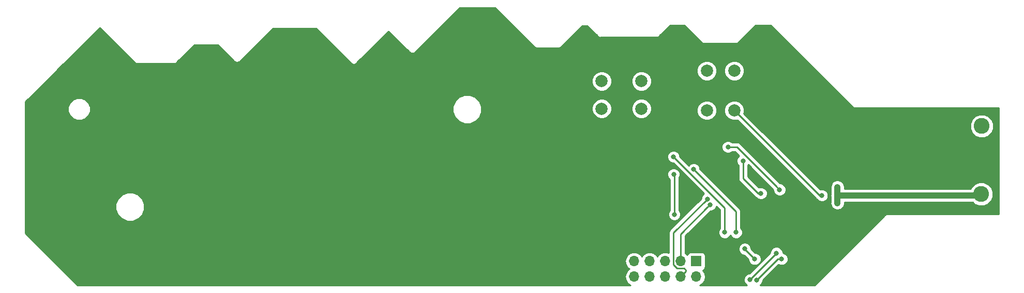
<source format=gbr>
G04 #@! TF.GenerationSoftware,KiCad,Pcbnew,5.0.2-bee76a0~70~ubuntu18.10.1*
G04 #@! TF.CreationDate,2019-05-29T11:20:30+10:00*
G04 #@! TF.ProjectId,ecig,65636967-2e6b-4696-9361-645f70636258,rev?*
G04 #@! TF.SameCoordinates,Original*
G04 #@! TF.FileFunction,Copper,L2,Bot*
G04 #@! TF.FilePolarity,Positive*
%FSLAX46Y46*%
G04 Gerber Fmt 4.6, Leading zero omitted, Abs format (unit mm)*
G04 Created by KiCad (PCBNEW 5.0.2-bee76a0~70~ubuntu18.10.1) date Wed 29 May 2019 11:20:30 AEST*
%MOMM*%
%LPD*%
G01*
G04 APERTURE LIST*
G04 #@! TA.AperFunction,ComponentPad*
%ADD10C,2.600000*%
G04 #@! TD*
G04 #@! TA.AperFunction,ComponentPad*
%ADD11R,1.700000X1.700000*%
G04 #@! TD*
G04 #@! TA.AperFunction,ComponentPad*
%ADD12O,1.700000X1.700000*%
G04 #@! TD*
G04 #@! TA.AperFunction,ComponentPad*
%ADD13C,2.000000*%
G04 #@! TD*
G04 #@! TA.AperFunction,ViaPad*
%ADD14C,0.800000*%
G04 #@! TD*
G04 #@! TA.AperFunction,Conductor*
%ADD15C,0.250000*%
G04 #@! TD*
G04 #@! TA.AperFunction,Conductor*
%ADD16C,1.000000*%
G04 #@! TD*
G04 #@! TA.AperFunction,Conductor*
%ADD17C,0.254000*%
G04 #@! TD*
G04 APERTURE END LIST*
D10*
G04 #@! TO.P,H1,1*
G04 #@! TO.N,VCCBatM*
X211320000Y-86270000D03*
G04 #@! TD*
G04 #@! TO.P,H2,1*
G04 #@! TO.N,FETDrain*
X211220000Y-97420000D03*
G04 #@! TD*
D11*
G04 #@! TO.P,J1,1*
G04 #@! TO.N,Net-(J1-Pad1)*
X164560000Y-108450000D03*
D12*
G04 #@! TO.P,J1,2*
G04 #@! TO.N,Net-(J1-Pad2)*
X164560000Y-110990000D03*
G04 #@! TO.P,J1,3*
G04 #@! TO.N,SCK*
X162020000Y-108450000D03*
G04 #@! TO.P,J1,4*
G04 #@! TO.N,MOSI*
X162020000Y-110990000D03*
G04 #@! TO.P,J1,5*
G04 #@! TO.N,Net-(J1-Pad5)*
X159480000Y-108450000D03*
G04 #@! TO.P,J1,6*
G04 #@! TO.N,Net-(J1-Pad6)*
X159480000Y-110990000D03*
G04 #@! TO.P,J1,7*
G04 #@! TO.N,VCCBadge*
X156940000Y-108450000D03*
G04 #@! TO.P,J1,8*
G04 #@! TO.N,SDA*
X156940000Y-110990000D03*
G04 #@! TO.P,J1,9*
G04 #@! TO.N,GND*
X154400000Y-108450000D03*
G04 #@! TO.P,J1,10*
G04 #@! TO.N,SCL*
X154400000Y-110990000D03*
G04 #@! TD*
D13*
G04 #@! TO.P,SW1,2*
G04 #@! TO.N,FETGate*
X155600000Y-78900000D03*
G04 #@! TO.P,SW1,1*
G04 #@! TO.N,VCC5V*
X155600000Y-83400000D03*
G04 #@! TO.P,SW1,2*
G04 #@! TO.N,FETGate*
X149100000Y-78900000D03*
G04 #@! TO.P,SW1,1*
G04 #@! TO.N,VCC5V*
X149100000Y-83400000D03*
G04 #@! TD*
G04 #@! TO.P,SW2,1*
G04 #@! TO.N,FETGate*
X166300000Y-77200000D03*
G04 #@! TO.P,SW2,2*
G04 #@! TO.N,FETGateB*
X170800000Y-77200000D03*
G04 #@! TO.P,SW2,1*
G04 #@! TO.N,FETGate*
X166300000Y-83700000D03*
G04 #@! TO.P,SW2,2*
G04 #@! TO.N,FETGateB*
X170800000Y-83700000D03*
G04 #@! TD*
D14*
G04 #@! TO.N,VCCBat*
X59500000Y-92600000D03*
X59500000Y-90600000D03*
X57200000Y-90700000D03*
X57200000Y-92500000D03*
X58300000Y-93300000D03*
X58300000Y-89700000D03*
X58300000Y-91500000D03*
X182980000Y-106237500D03*
X182980000Y-107580000D03*
X184400000Y-107600000D03*
X184400000Y-106300000D03*
G04 #@! TO.N,VCCBadge*
X172510000Y-106410000D03*
X174150000Y-108090002D03*
G04 #@! TO.N,VCC5V*
X160850000Y-91300000D03*
X169222500Y-103710000D03*
G04 #@! TO.N,FETDrain*
X187690000Y-98910000D03*
X187680000Y-97665000D03*
X187680000Y-97665000D03*
X187680000Y-96310000D03*
G04 #@! TO.N,SCK*
X166856074Y-99155709D03*
G04 #@! TO.N,MOSI*
X166400000Y-98240000D03*
G04 #@! TO.N,SDA*
X173350000Y-111470000D03*
X177700575Y-107108903D03*
G04 #@! TO.N,SCL*
X174470000Y-111510000D03*
X178550000Y-108090002D03*
G04 #@! TO.N,FETGateB*
X185140000Y-97665000D03*
G04 #@! TO.N,Net-(R1-Pad2)*
X161000000Y-100770000D03*
X160870000Y-94180000D03*
G04 #@! TO.N,VCC5VM*
X171097500Y-103710000D03*
X164150000Y-93360000D03*
X175160000Y-97315000D03*
X172230000Y-91980000D03*
G04 #@! TO.N,LEDPWM*
X169760000Y-89695000D03*
X178225000Y-96700000D03*
G04 #@! TD*
D15*
G04 #@! TO.N,VCCBadge*
X172510000Y-106410000D02*
X172510000Y-106450002D01*
X172510000Y-106450002D02*
X174150000Y-108090002D01*
G04 #@! TO.N,VCC5V*
X169222500Y-99672500D02*
X169222500Y-102910000D01*
X169222500Y-102910000D02*
X169222500Y-103710000D01*
X160850000Y-91300000D02*
X169222500Y-99672500D01*
D16*
G04 #@! TO.N,FETDrain*
X210975000Y-97665000D02*
X211220000Y-97420000D01*
X187680000Y-97665000D02*
X210975000Y-97665000D01*
X187680000Y-96310000D02*
X187680000Y-97665000D01*
X187680000Y-98900000D02*
X187690000Y-98910000D01*
X187680000Y-97665000D02*
X187680000Y-98900000D01*
D15*
G04 #@! TO.N,SCK*
X162020000Y-103991783D02*
X166456075Y-99555708D01*
X166456075Y-99555708D02*
X166856074Y-99155709D01*
X162020000Y-108450000D02*
X162020000Y-103991783D01*
G04 #@! TO.N,MOSI*
X160844999Y-103795001D02*
X166400000Y-98240000D01*
X160844999Y-109014001D02*
X160844999Y-103795001D01*
X161455999Y-109625001D02*
X160844999Y-109014001D01*
X162020000Y-110990000D02*
X162869999Y-110140001D01*
X162584001Y-109625001D02*
X161455999Y-109625001D01*
X162869999Y-110140001D02*
X162869999Y-109910999D01*
X162869999Y-109910999D02*
X162584001Y-109625001D01*
G04 #@! TO.N,SDA*
X173350000Y-111470000D02*
X177700575Y-107119425D01*
X177700575Y-107119425D02*
X177700575Y-107108903D01*
G04 #@! TO.N,SCL*
X174470000Y-111510000D02*
X177889998Y-108090002D01*
X177889998Y-108090002D02*
X178550000Y-108090002D01*
G04 #@! TO.N,FETGateB*
X170800000Y-83700000D02*
X184765000Y-97665000D01*
X184765000Y-97665000D02*
X185140000Y-97665000D01*
G04 #@! TO.N,Net-(R1-Pad2)*
X161000000Y-100770000D02*
X161000000Y-94310000D01*
X161000000Y-94310000D02*
X160870000Y-94180000D01*
G04 #@! TO.N,VCC5VM*
X171097500Y-103710000D02*
X171097500Y-100307500D01*
X164706237Y-93916237D02*
X164150000Y-93360000D01*
X171097500Y-100307500D02*
X164706237Y-93916237D01*
X174710000Y-97315000D02*
X175160000Y-97315000D01*
X172230000Y-94835000D02*
X174710000Y-97315000D01*
X172230000Y-91980000D02*
X172230000Y-94835000D01*
G04 #@! TO.N,LEDPWM*
X171220000Y-89695000D02*
X177668763Y-96143763D01*
X169760000Y-89695000D02*
X171220000Y-89695000D01*
X177668763Y-96143763D02*
X178225000Y-96700000D01*
G04 #@! TD*
D17*
G04 #@! TO.N,VCCBat*
G36*
X137948510Y-73152602D02*
X137988119Y-73211881D01*
X138047398Y-73251490D01*
X138047399Y-73251491D01*
X138222972Y-73368805D01*
X138500000Y-73423909D01*
X138569926Y-73410000D01*
X141930076Y-73410000D01*
X142000000Y-73423909D01*
X142069924Y-73410000D01*
X142069926Y-73410000D01*
X142277028Y-73368805D01*
X142511881Y-73211881D01*
X142551494Y-73152596D01*
X145894092Y-69810000D01*
X146705910Y-69810000D01*
X148348510Y-71452602D01*
X148388119Y-71511881D01*
X148447398Y-71551490D01*
X148447399Y-71551491D01*
X148622971Y-71668805D01*
X148900000Y-71723909D01*
X148969926Y-71710000D01*
X157930076Y-71710000D01*
X158000000Y-71723909D01*
X158069924Y-71710000D01*
X158069926Y-71710000D01*
X158277028Y-71668805D01*
X158511881Y-71511881D01*
X158551494Y-71452596D01*
X160294091Y-69710000D01*
X162605910Y-69710000D01*
X165348510Y-72452602D01*
X165388119Y-72511881D01*
X165447398Y-72551490D01*
X165447399Y-72551491D01*
X165598721Y-72652601D01*
X165622972Y-72668805D01*
X165779801Y-72700000D01*
X165900000Y-72723909D01*
X165969926Y-72710000D01*
X170930076Y-72710000D01*
X171000000Y-72723909D01*
X171069924Y-72710000D01*
X171069926Y-72710000D01*
X171277028Y-72668805D01*
X171511881Y-72511881D01*
X171551494Y-72452596D01*
X174294092Y-69710000D01*
X176705910Y-69710000D01*
X190048508Y-83052599D01*
X190088119Y-83111881D01*
X190322972Y-83268805D01*
X190530074Y-83310000D01*
X190530078Y-83310000D01*
X190599999Y-83323908D01*
X190669920Y-83310000D01*
X214090001Y-83310000D01*
X214090000Y-100690000D01*
X195969926Y-100690000D01*
X195900000Y-100676091D01*
X195622972Y-100731195D01*
X195452873Y-100844852D01*
X195388119Y-100888119D01*
X195348510Y-100947398D01*
X183905910Y-112390000D01*
X175050078Y-112390000D01*
X175056280Y-112387431D01*
X175347431Y-112096280D01*
X175505000Y-111715874D01*
X175505000Y-111549801D01*
X178051153Y-109003649D01*
X178344126Y-109125002D01*
X178755874Y-109125002D01*
X179136280Y-108967433D01*
X179427431Y-108676282D01*
X179585000Y-108295876D01*
X179585000Y-107884128D01*
X179427431Y-107503722D01*
X179136280Y-107212571D01*
X178755874Y-107055002D01*
X178735575Y-107055002D01*
X178735575Y-106903029D01*
X178578006Y-106522623D01*
X178286855Y-106231472D01*
X177906449Y-106073903D01*
X177494701Y-106073903D01*
X177114295Y-106231472D01*
X176823144Y-106522623D01*
X176665575Y-106903029D01*
X176665575Y-107079623D01*
X173310199Y-110435000D01*
X173144126Y-110435000D01*
X172763720Y-110592569D01*
X172472569Y-110883720D01*
X172315000Y-111264126D01*
X172315000Y-111675874D01*
X172472569Y-112056280D01*
X172763720Y-112347431D01*
X172866491Y-112390000D01*
X165133581Y-112390000D01*
X165139418Y-112388839D01*
X165630625Y-112060625D01*
X165958839Y-111569418D01*
X166074092Y-110990000D01*
X165958839Y-110410582D01*
X165630625Y-109919375D01*
X165612381Y-109907184D01*
X165657765Y-109898157D01*
X165867809Y-109757809D01*
X166008157Y-109547765D01*
X166057440Y-109300000D01*
X166057440Y-107600000D01*
X166008157Y-107352235D01*
X165867809Y-107142191D01*
X165657765Y-107001843D01*
X165410000Y-106952560D01*
X163710000Y-106952560D01*
X163462235Y-107001843D01*
X163252191Y-107142191D01*
X163111843Y-107352235D01*
X163102816Y-107397619D01*
X163090625Y-107379375D01*
X162780000Y-107171822D01*
X162780000Y-106204126D01*
X171475000Y-106204126D01*
X171475000Y-106615874D01*
X171632569Y-106996280D01*
X171923720Y-107287431D01*
X172304126Y-107445000D01*
X172430197Y-107445000D01*
X173115000Y-108129804D01*
X173115000Y-108295876D01*
X173272569Y-108676282D01*
X173563720Y-108967433D01*
X173944126Y-109125002D01*
X174355874Y-109125002D01*
X174736280Y-108967433D01*
X175027431Y-108676282D01*
X175185000Y-108295876D01*
X175185000Y-107884128D01*
X175027431Y-107503722D01*
X174736280Y-107212571D01*
X174355874Y-107055002D01*
X174189802Y-107055002D01*
X173545000Y-106410201D01*
X173545000Y-106204126D01*
X173387431Y-105823720D01*
X173096280Y-105532569D01*
X172715874Y-105375000D01*
X172304126Y-105375000D01*
X171923720Y-105532569D01*
X171632569Y-105823720D01*
X171475000Y-106204126D01*
X162780000Y-106204126D01*
X162780000Y-104306584D01*
X166895877Y-100190709D01*
X167061948Y-100190709D01*
X167442354Y-100033140D01*
X167733505Y-99741989D01*
X167875172Y-99399974D01*
X168462500Y-99987302D01*
X168462501Y-102835144D01*
X168462500Y-102835149D01*
X168462500Y-103006289D01*
X168345069Y-103123720D01*
X168187500Y-103504126D01*
X168187500Y-103915874D01*
X168345069Y-104296280D01*
X168636220Y-104587431D01*
X169016626Y-104745000D01*
X169428374Y-104745000D01*
X169808780Y-104587431D01*
X170099931Y-104296280D01*
X170160000Y-104151260D01*
X170220069Y-104296280D01*
X170511220Y-104587431D01*
X170891626Y-104745000D01*
X171303374Y-104745000D01*
X171683780Y-104587431D01*
X171974931Y-104296280D01*
X172132500Y-103915874D01*
X172132500Y-103504126D01*
X171974931Y-103123720D01*
X171857500Y-103006289D01*
X171857500Y-100382348D01*
X171872388Y-100307500D01*
X171857500Y-100232652D01*
X171857500Y-100232648D01*
X171813404Y-100010963D01*
X171813404Y-100010962D01*
X171687829Y-99823027D01*
X171645429Y-99759571D01*
X171581973Y-99717171D01*
X165296568Y-93431767D01*
X165296566Y-93431764D01*
X165185000Y-93320198D01*
X165185000Y-93154126D01*
X165027431Y-92773720D01*
X164736280Y-92482569D01*
X164355874Y-92325000D01*
X163944126Y-92325000D01*
X163563720Y-92482569D01*
X163335545Y-92710744D01*
X161885000Y-91260199D01*
X161885000Y-91094126D01*
X161727431Y-90713720D01*
X161436280Y-90422569D01*
X161055874Y-90265000D01*
X160644126Y-90265000D01*
X160263720Y-90422569D01*
X159972569Y-90713720D01*
X159815000Y-91094126D01*
X159815000Y-91505874D01*
X159972569Y-91886280D01*
X160263720Y-92177431D01*
X160644126Y-92335000D01*
X160810199Y-92335000D01*
X165830724Y-97355526D01*
X165813720Y-97362569D01*
X165522569Y-97653720D01*
X165365000Y-98034126D01*
X165365000Y-98200198D01*
X160360527Y-103204672D01*
X160297071Y-103247072D01*
X160254671Y-103310528D01*
X160254670Y-103310529D01*
X160129096Y-103498464D01*
X160070111Y-103795001D01*
X160085000Y-103869853D01*
X160084999Y-107068254D01*
X160059418Y-107051161D01*
X159626256Y-106965000D01*
X159333744Y-106965000D01*
X158900582Y-107051161D01*
X158409375Y-107379375D01*
X158210000Y-107677761D01*
X158010625Y-107379375D01*
X157519418Y-107051161D01*
X157086256Y-106965000D01*
X156793744Y-106965000D01*
X156360582Y-107051161D01*
X155869375Y-107379375D01*
X155670000Y-107677761D01*
X155470625Y-107379375D01*
X154979418Y-107051161D01*
X154546256Y-106965000D01*
X154253744Y-106965000D01*
X153820582Y-107051161D01*
X153329375Y-107379375D01*
X153001161Y-107870582D01*
X152885908Y-108450000D01*
X153001161Y-109029418D01*
X153329375Y-109520625D01*
X153627761Y-109720000D01*
X153329375Y-109919375D01*
X153001161Y-110410582D01*
X152885908Y-110990000D01*
X153001161Y-111569418D01*
X153329375Y-112060625D01*
X153820582Y-112388839D01*
X153826419Y-112390000D01*
X63294091Y-112390000D01*
X54710000Y-103805910D01*
X54710000Y-99030567D01*
X69510000Y-99030567D01*
X69510000Y-99969433D01*
X69869289Y-100836833D01*
X70533167Y-101500711D01*
X71400567Y-101860000D01*
X72339433Y-101860000D01*
X73206833Y-101500711D01*
X73870711Y-100836833D01*
X74230000Y-99969433D01*
X74230000Y-99030567D01*
X73870711Y-98163167D01*
X73206833Y-97499289D01*
X72339433Y-97140000D01*
X71400567Y-97140000D01*
X70533167Y-97499289D01*
X69869289Y-98163167D01*
X69510000Y-99030567D01*
X54710000Y-99030567D01*
X54710000Y-93974126D01*
X159835000Y-93974126D01*
X159835000Y-94385874D01*
X159992569Y-94766280D01*
X160240001Y-95013712D01*
X160240000Y-100066289D01*
X160122569Y-100183720D01*
X159965000Y-100564126D01*
X159965000Y-100975874D01*
X160122569Y-101356280D01*
X160413720Y-101647431D01*
X160794126Y-101805000D01*
X161205874Y-101805000D01*
X161586280Y-101647431D01*
X161877431Y-101356280D01*
X162035000Y-100975874D01*
X162035000Y-100564126D01*
X161877431Y-100183720D01*
X161760000Y-100066289D01*
X161760000Y-94735936D01*
X161905000Y-94385874D01*
X161905000Y-93974126D01*
X161747431Y-93593720D01*
X161456280Y-93302569D01*
X161075874Y-93145000D01*
X160664126Y-93145000D01*
X160283720Y-93302569D01*
X159992569Y-93593720D01*
X159835000Y-93974126D01*
X54710000Y-93974126D01*
X54710000Y-89489126D01*
X168725000Y-89489126D01*
X168725000Y-89900874D01*
X168882569Y-90281280D01*
X169173720Y-90572431D01*
X169554126Y-90730000D01*
X169965874Y-90730000D01*
X170346280Y-90572431D01*
X170463711Y-90455000D01*
X170905199Y-90455000D01*
X171598244Y-91148045D01*
X171352569Y-91393720D01*
X171195000Y-91774126D01*
X171195000Y-92185874D01*
X171352569Y-92566280D01*
X171470000Y-92683711D01*
X171470001Y-94760148D01*
X171455112Y-94835000D01*
X171470001Y-94909852D01*
X171514097Y-95131537D01*
X171682072Y-95382929D01*
X171745528Y-95425329D01*
X174119671Y-97799473D01*
X174162071Y-97862929D01*
X174409636Y-98028347D01*
X174573720Y-98192431D01*
X174954126Y-98350000D01*
X175365874Y-98350000D01*
X175746280Y-98192431D01*
X176037431Y-97901280D01*
X176195000Y-97520874D01*
X176195000Y-97109126D01*
X176037431Y-96728720D01*
X175746280Y-96437569D01*
X175365874Y-96280000D01*
X174954126Y-96280000D01*
X174809647Y-96339845D01*
X172990000Y-94520199D01*
X172990000Y-92683711D01*
X173061955Y-92611756D01*
X177184290Y-96734092D01*
X177184293Y-96734094D01*
X177190000Y-96739801D01*
X177190000Y-96905874D01*
X177347569Y-97286280D01*
X177638720Y-97577431D01*
X178019126Y-97735000D01*
X178430874Y-97735000D01*
X178811280Y-97577431D01*
X179102431Y-97286280D01*
X179260000Y-96905874D01*
X179260000Y-96494126D01*
X179102431Y-96113720D01*
X178811280Y-95822569D01*
X178430874Y-95665000D01*
X178264801Y-95665000D01*
X178259094Y-95659293D01*
X178259092Y-95659290D01*
X171810331Y-89210530D01*
X171767929Y-89147071D01*
X171516537Y-88979096D01*
X171294852Y-88935000D01*
X171294847Y-88935000D01*
X171220000Y-88920112D01*
X171145153Y-88935000D01*
X170463711Y-88935000D01*
X170346280Y-88817569D01*
X169965874Y-88660000D01*
X169554126Y-88660000D01*
X169173720Y-88817569D01*
X168882569Y-89108720D01*
X168725000Y-89489126D01*
X54710000Y-89489126D01*
X54710000Y-83135990D01*
X61710000Y-83135990D01*
X61710000Y-83864010D01*
X61988601Y-84536612D01*
X62503388Y-85051399D01*
X63175990Y-85330000D01*
X63904010Y-85330000D01*
X64576612Y-85051399D01*
X65091399Y-84536612D01*
X65370000Y-83864010D01*
X65370000Y-83135990D01*
X65326333Y-83030567D01*
X124710000Y-83030567D01*
X124710000Y-83969433D01*
X125069289Y-84836833D01*
X125733167Y-85500711D01*
X126600567Y-85860000D01*
X127539433Y-85860000D01*
X128406833Y-85500711D01*
X129070711Y-84836833D01*
X129430000Y-83969433D01*
X129430000Y-83074778D01*
X147465000Y-83074778D01*
X147465000Y-83725222D01*
X147713914Y-84326153D01*
X148173847Y-84786086D01*
X148774778Y-85035000D01*
X149425222Y-85035000D01*
X150026153Y-84786086D01*
X150486086Y-84326153D01*
X150735000Y-83725222D01*
X150735000Y-83074778D01*
X153965000Y-83074778D01*
X153965000Y-83725222D01*
X154213914Y-84326153D01*
X154673847Y-84786086D01*
X155274778Y-85035000D01*
X155925222Y-85035000D01*
X156526153Y-84786086D01*
X156986086Y-84326153D01*
X157235000Y-83725222D01*
X157235000Y-83374778D01*
X164665000Y-83374778D01*
X164665000Y-84025222D01*
X164913914Y-84626153D01*
X165373847Y-85086086D01*
X165974778Y-85335000D01*
X166625222Y-85335000D01*
X167226153Y-85086086D01*
X167686086Y-84626153D01*
X167935000Y-84025222D01*
X167935000Y-83374778D01*
X169165000Y-83374778D01*
X169165000Y-84025222D01*
X169413914Y-84626153D01*
X169873847Y-85086086D01*
X170474778Y-85335000D01*
X171125222Y-85335000D01*
X171291376Y-85266177D01*
X184174673Y-98149476D01*
X184217071Y-98212929D01*
X184258016Y-98240287D01*
X184262569Y-98251280D01*
X184553720Y-98542431D01*
X184934126Y-98700000D01*
X185345874Y-98700000D01*
X185726280Y-98542431D01*
X186017431Y-98251280D01*
X186175000Y-97870874D01*
X186175000Y-97665000D01*
X186522765Y-97665000D01*
X186545000Y-97776783D01*
X186545000Y-98788217D01*
X186522765Y-98900000D01*
X186545000Y-99011783D01*
X186610854Y-99342855D01*
X186861712Y-99718289D01*
X186956480Y-99781611D01*
X186966477Y-99791608D01*
X187247146Y-99979146D01*
X187689999Y-100067235D01*
X188132854Y-99979146D01*
X188508288Y-99728288D01*
X188759146Y-99352854D01*
X188847235Y-98909999D01*
X188825355Y-98800000D01*
X209863496Y-98800000D01*
X210123910Y-99060414D01*
X210835105Y-99355000D01*
X211604895Y-99355000D01*
X212316090Y-99060414D01*
X212860414Y-98516090D01*
X213155000Y-97804895D01*
X213155000Y-97035105D01*
X212860414Y-96323910D01*
X212316090Y-95779586D01*
X211604895Y-95485000D01*
X210835105Y-95485000D01*
X210123910Y-95779586D01*
X209579586Y-96323910D01*
X209494221Y-96530000D01*
X188815000Y-96530000D01*
X188815000Y-96198217D01*
X188749146Y-95867145D01*
X188498289Y-95491711D01*
X188122854Y-95240854D01*
X187680000Y-95152765D01*
X187237145Y-95240854D01*
X186861711Y-95491711D01*
X186610854Y-95867146D01*
X186545000Y-96198218D01*
X186545000Y-97553217D01*
X186522765Y-97665000D01*
X186175000Y-97665000D01*
X186175000Y-97459126D01*
X186017431Y-97078720D01*
X185726280Y-96787569D01*
X185345874Y-96630000D01*
X184934126Y-96630000D01*
X184842681Y-96667878D01*
X174059907Y-85885105D01*
X209385000Y-85885105D01*
X209385000Y-86654895D01*
X209679586Y-87366090D01*
X210223910Y-87910414D01*
X210935105Y-88205000D01*
X211704895Y-88205000D01*
X212416090Y-87910414D01*
X212960414Y-87366090D01*
X213255000Y-86654895D01*
X213255000Y-85885105D01*
X212960414Y-85173910D01*
X212416090Y-84629586D01*
X211704895Y-84335000D01*
X210935105Y-84335000D01*
X210223910Y-84629586D01*
X209679586Y-85173910D01*
X209385000Y-85885105D01*
X174059907Y-85885105D01*
X172366177Y-84191376D01*
X172435000Y-84025222D01*
X172435000Y-83374778D01*
X172186086Y-82773847D01*
X171726153Y-82313914D01*
X171125222Y-82065000D01*
X170474778Y-82065000D01*
X169873847Y-82313914D01*
X169413914Y-82773847D01*
X169165000Y-83374778D01*
X167935000Y-83374778D01*
X167686086Y-82773847D01*
X167226153Y-82313914D01*
X166625222Y-82065000D01*
X165974778Y-82065000D01*
X165373847Y-82313914D01*
X164913914Y-82773847D01*
X164665000Y-83374778D01*
X157235000Y-83374778D01*
X157235000Y-83074778D01*
X156986086Y-82473847D01*
X156526153Y-82013914D01*
X155925222Y-81765000D01*
X155274778Y-81765000D01*
X154673847Y-82013914D01*
X154213914Y-82473847D01*
X153965000Y-83074778D01*
X150735000Y-83074778D01*
X150486086Y-82473847D01*
X150026153Y-82013914D01*
X149425222Y-81765000D01*
X148774778Y-81765000D01*
X148173847Y-82013914D01*
X147713914Y-82473847D01*
X147465000Y-83074778D01*
X129430000Y-83074778D01*
X129430000Y-83030567D01*
X129070711Y-82163167D01*
X128406833Y-81499289D01*
X127539433Y-81140000D01*
X126600567Y-81140000D01*
X125733167Y-81499289D01*
X125069289Y-82163167D01*
X124710000Y-83030567D01*
X65326333Y-83030567D01*
X65091399Y-82463388D01*
X64576612Y-81948601D01*
X63904010Y-81670000D01*
X63175990Y-81670000D01*
X62503388Y-81948601D01*
X61988601Y-82463388D01*
X61710000Y-83135990D01*
X54710000Y-83135990D01*
X54710000Y-82294090D01*
X58429312Y-78574778D01*
X147465000Y-78574778D01*
X147465000Y-79225222D01*
X147713914Y-79826153D01*
X148173847Y-80286086D01*
X148774778Y-80535000D01*
X149425222Y-80535000D01*
X150026153Y-80286086D01*
X150486086Y-79826153D01*
X150735000Y-79225222D01*
X150735000Y-78574778D01*
X153965000Y-78574778D01*
X153965000Y-79225222D01*
X154213914Y-79826153D01*
X154673847Y-80286086D01*
X155274778Y-80535000D01*
X155925222Y-80535000D01*
X156526153Y-80286086D01*
X156986086Y-79826153D01*
X157235000Y-79225222D01*
X157235000Y-78574778D01*
X156986086Y-77973847D01*
X156526153Y-77513914D01*
X155925222Y-77265000D01*
X155274778Y-77265000D01*
X154673847Y-77513914D01*
X154213914Y-77973847D01*
X153965000Y-78574778D01*
X150735000Y-78574778D01*
X150486086Y-77973847D01*
X150026153Y-77513914D01*
X149425222Y-77265000D01*
X148774778Y-77265000D01*
X148173847Y-77513914D01*
X147713914Y-77973847D01*
X147465000Y-78574778D01*
X58429312Y-78574778D01*
X60129312Y-76874778D01*
X164665000Y-76874778D01*
X164665000Y-77525222D01*
X164913914Y-78126153D01*
X165373847Y-78586086D01*
X165974778Y-78835000D01*
X166625222Y-78835000D01*
X167226153Y-78586086D01*
X167686086Y-78126153D01*
X167935000Y-77525222D01*
X167935000Y-76874778D01*
X169165000Y-76874778D01*
X169165000Y-77525222D01*
X169413914Y-78126153D01*
X169873847Y-78586086D01*
X170474778Y-78835000D01*
X171125222Y-78835000D01*
X171726153Y-78586086D01*
X172186086Y-78126153D01*
X172435000Y-77525222D01*
X172435000Y-76874778D01*
X172186086Y-76273847D01*
X171726153Y-75813914D01*
X171125222Y-75565000D01*
X170474778Y-75565000D01*
X169873847Y-75813914D01*
X169413914Y-76273847D01*
X169165000Y-76874778D01*
X167935000Y-76874778D01*
X167686086Y-76273847D01*
X167226153Y-75813914D01*
X166625222Y-75565000D01*
X165974778Y-75565000D01*
X165373847Y-75813914D01*
X164913914Y-76273847D01*
X164665000Y-76874778D01*
X60129312Y-76874778D01*
X66900000Y-70104091D01*
X72548508Y-75752599D01*
X72588119Y-75811881D01*
X72822972Y-75968805D01*
X73030074Y-76010000D01*
X73030078Y-76010000D01*
X73099999Y-76023908D01*
X73169920Y-76010000D01*
X78930076Y-76010000D01*
X79000000Y-76023909D01*
X79069924Y-76010000D01*
X79069926Y-76010000D01*
X79277028Y-75968805D01*
X79511881Y-75811881D01*
X79551494Y-75752596D01*
X82394091Y-72910000D01*
X86205910Y-72910000D01*
X88848512Y-75552603D01*
X88888120Y-75611880D01*
X88947397Y-75651488D01*
X88947399Y-75651490D01*
X89122971Y-75768804D01*
X89178076Y-75779765D01*
X89400000Y-75823909D01*
X89677028Y-75768804D01*
X89852600Y-75651490D01*
X89852601Y-75651489D01*
X89911880Y-75611880D01*
X89951489Y-75552601D01*
X95294091Y-70210000D01*
X102305910Y-70210000D01*
X107948512Y-75852603D01*
X107988120Y-75911880D01*
X108047397Y-75951488D01*
X108047399Y-75951490D01*
X108222971Y-76068804D01*
X108499999Y-76123909D01*
X108500000Y-76123909D01*
X108777028Y-76068804D01*
X108952600Y-75951490D01*
X109011880Y-75911880D01*
X109051490Y-75852600D01*
X114200000Y-70704091D01*
X117548514Y-74052606D01*
X117588120Y-74111880D01*
X117647394Y-74151486D01*
X117647399Y-74151491D01*
X117822971Y-74268805D01*
X118100000Y-74323909D01*
X118377028Y-74268805D01*
X118611881Y-74111881D01*
X118651494Y-74052596D01*
X125894092Y-66810000D01*
X131605910Y-66810000D01*
X137948510Y-73152602D01*
X137948510Y-73152602D01*
G37*
X137948510Y-73152602D02*
X137988119Y-73211881D01*
X138047398Y-73251490D01*
X138047399Y-73251491D01*
X138222972Y-73368805D01*
X138500000Y-73423909D01*
X138569926Y-73410000D01*
X141930076Y-73410000D01*
X142000000Y-73423909D01*
X142069924Y-73410000D01*
X142069926Y-73410000D01*
X142277028Y-73368805D01*
X142511881Y-73211881D01*
X142551494Y-73152596D01*
X145894092Y-69810000D01*
X146705910Y-69810000D01*
X148348510Y-71452602D01*
X148388119Y-71511881D01*
X148447398Y-71551490D01*
X148447399Y-71551491D01*
X148622971Y-71668805D01*
X148900000Y-71723909D01*
X148969926Y-71710000D01*
X157930076Y-71710000D01*
X158000000Y-71723909D01*
X158069924Y-71710000D01*
X158069926Y-71710000D01*
X158277028Y-71668805D01*
X158511881Y-71511881D01*
X158551494Y-71452596D01*
X160294091Y-69710000D01*
X162605910Y-69710000D01*
X165348510Y-72452602D01*
X165388119Y-72511881D01*
X165447398Y-72551490D01*
X165447399Y-72551491D01*
X165598721Y-72652601D01*
X165622972Y-72668805D01*
X165779801Y-72700000D01*
X165900000Y-72723909D01*
X165969926Y-72710000D01*
X170930076Y-72710000D01*
X171000000Y-72723909D01*
X171069924Y-72710000D01*
X171069926Y-72710000D01*
X171277028Y-72668805D01*
X171511881Y-72511881D01*
X171551494Y-72452596D01*
X174294092Y-69710000D01*
X176705910Y-69710000D01*
X190048508Y-83052599D01*
X190088119Y-83111881D01*
X190322972Y-83268805D01*
X190530074Y-83310000D01*
X190530078Y-83310000D01*
X190599999Y-83323908D01*
X190669920Y-83310000D01*
X214090001Y-83310000D01*
X214090000Y-100690000D01*
X195969926Y-100690000D01*
X195900000Y-100676091D01*
X195622972Y-100731195D01*
X195452873Y-100844852D01*
X195388119Y-100888119D01*
X195348510Y-100947398D01*
X183905910Y-112390000D01*
X175050078Y-112390000D01*
X175056280Y-112387431D01*
X175347431Y-112096280D01*
X175505000Y-111715874D01*
X175505000Y-111549801D01*
X178051153Y-109003649D01*
X178344126Y-109125002D01*
X178755874Y-109125002D01*
X179136280Y-108967433D01*
X179427431Y-108676282D01*
X179585000Y-108295876D01*
X179585000Y-107884128D01*
X179427431Y-107503722D01*
X179136280Y-107212571D01*
X178755874Y-107055002D01*
X178735575Y-107055002D01*
X178735575Y-106903029D01*
X178578006Y-106522623D01*
X178286855Y-106231472D01*
X177906449Y-106073903D01*
X177494701Y-106073903D01*
X177114295Y-106231472D01*
X176823144Y-106522623D01*
X176665575Y-106903029D01*
X176665575Y-107079623D01*
X173310199Y-110435000D01*
X173144126Y-110435000D01*
X172763720Y-110592569D01*
X172472569Y-110883720D01*
X172315000Y-111264126D01*
X172315000Y-111675874D01*
X172472569Y-112056280D01*
X172763720Y-112347431D01*
X172866491Y-112390000D01*
X165133581Y-112390000D01*
X165139418Y-112388839D01*
X165630625Y-112060625D01*
X165958839Y-111569418D01*
X166074092Y-110990000D01*
X165958839Y-110410582D01*
X165630625Y-109919375D01*
X165612381Y-109907184D01*
X165657765Y-109898157D01*
X165867809Y-109757809D01*
X166008157Y-109547765D01*
X166057440Y-109300000D01*
X166057440Y-107600000D01*
X166008157Y-107352235D01*
X165867809Y-107142191D01*
X165657765Y-107001843D01*
X165410000Y-106952560D01*
X163710000Y-106952560D01*
X163462235Y-107001843D01*
X163252191Y-107142191D01*
X163111843Y-107352235D01*
X163102816Y-107397619D01*
X163090625Y-107379375D01*
X162780000Y-107171822D01*
X162780000Y-106204126D01*
X171475000Y-106204126D01*
X171475000Y-106615874D01*
X171632569Y-106996280D01*
X171923720Y-107287431D01*
X172304126Y-107445000D01*
X172430197Y-107445000D01*
X173115000Y-108129804D01*
X173115000Y-108295876D01*
X173272569Y-108676282D01*
X173563720Y-108967433D01*
X173944126Y-109125002D01*
X174355874Y-109125002D01*
X174736280Y-108967433D01*
X175027431Y-108676282D01*
X175185000Y-108295876D01*
X175185000Y-107884128D01*
X175027431Y-107503722D01*
X174736280Y-107212571D01*
X174355874Y-107055002D01*
X174189802Y-107055002D01*
X173545000Y-106410201D01*
X173545000Y-106204126D01*
X173387431Y-105823720D01*
X173096280Y-105532569D01*
X172715874Y-105375000D01*
X172304126Y-105375000D01*
X171923720Y-105532569D01*
X171632569Y-105823720D01*
X171475000Y-106204126D01*
X162780000Y-106204126D01*
X162780000Y-104306584D01*
X166895877Y-100190709D01*
X167061948Y-100190709D01*
X167442354Y-100033140D01*
X167733505Y-99741989D01*
X167875172Y-99399974D01*
X168462500Y-99987302D01*
X168462501Y-102835144D01*
X168462500Y-102835149D01*
X168462500Y-103006289D01*
X168345069Y-103123720D01*
X168187500Y-103504126D01*
X168187500Y-103915874D01*
X168345069Y-104296280D01*
X168636220Y-104587431D01*
X169016626Y-104745000D01*
X169428374Y-104745000D01*
X169808780Y-104587431D01*
X170099931Y-104296280D01*
X170160000Y-104151260D01*
X170220069Y-104296280D01*
X170511220Y-104587431D01*
X170891626Y-104745000D01*
X171303374Y-104745000D01*
X171683780Y-104587431D01*
X171974931Y-104296280D01*
X172132500Y-103915874D01*
X172132500Y-103504126D01*
X171974931Y-103123720D01*
X171857500Y-103006289D01*
X171857500Y-100382348D01*
X171872388Y-100307500D01*
X171857500Y-100232652D01*
X171857500Y-100232648D01*
X171813404Y-100010963D01*
X171813404Y-100010962D01*
X171687829Y-99823027D01*
X171645429Y-99759571D01*
X171581973Y-99717171D01*
X165296568Y-93431767D01*
X165296566Y-93431764D01*
X165185000Y-93320198D01*
X165185000Y-93154126D01*
X165027431Y-92773720D01*
X164736280Y-92482569D01*
X164355874Y-92325000D01*
X163944126Y-92325000D01*
X163563720Y-92482569D01*
X163335545Y-92710744D01*
X161885000Y-91260199D01*
X161885000Y-91094126D01*
X161727431Y-90713720D01*
X161436280Y-90422569D01*
X161055874Y-90265000D01*
X160644126Y-90265000D01*
X160263720Y-90422569D01*
X159972569Y-90713720D01*
X159815000Y-91094126D01*
X159815000Y-91505874D01*
X159972569Y-91886280D01*
X160263720Y-92177431D01*
X160644126Y-92335000D01*
X160810199Y-92335000D01*
X165830724Y-97355526D01*
X165813720Y-97362569D01*
X165522569Y-97653720D01*
X165365000Y-98034126D01*
X165365000Y-98200198D01*
X160360527Y-103204672D01*
X160297071Y-103247072D01*
X160254671Y-103310528D01*
X160254670Y-103310529D01*
X160129096Y-103498464D01*
X160070111Y-103795001D01*
X160085000Y-103869853D01*
X160084999Y-107068254D01*
X160059418Y-107051161D01*
X159626256Y-106965000D01*
X159333744Y-106965000D01*
X158900582Y-107051161D01*
X158409375Y-107379375D01*
X158210000Y-107677761D01*
X158010625Y-107379375D01*
X157519418Y-107051161D01*
X157086256Y-106965000D01*
X156793744Y-106965000D01*
X156360582Y-107051161D01*
X155869375Y-107379375D01*
X155670000Y-107677761D01*
X155470625Y-107379375D01*
X154979418Y-107051161D01*
X154546256Y-106965000D01*
X154253744Y-106965000D01*
X153820582Y-107051161D01*
X153329375Y-107379375D01*
X153001161Y-107870582D01*
X152885908Y-108450000D01*
X153001161Y-109029418D01*
X153329375Y-109520625D01*
X153627761Y-109720000D01*
X153329375Y-109919375D01*
X153001161Y-110410582D01*
X152885908Y-110990000D01*
X153001161Y-111569418D01*
X153329375Y-112060625D01*
X153820582Y-112388839D01*
X153826419Y-112390000D01*
X63294091Y-112390000D01*
X54710000Y-103805910D01*
X54710000Y-99030567D01*
X69510000Y-99030567D01*
X69510000Y-99969433D01*
X69869289Y-100836833D01*
X70533167Y-101500711D01*
X71400567Y-101860000D01*
X72339433Y-101860000D01*
X73206833Y-101500711D01*
X73870711Y-100836833D01*
X74230000Y-99969433D01*
X74230000Y-99030567D01*
X73870711Y-98163167D01*
X73206833Y-97499289D01*
X72339433Y-97140000D01*
X71400567Y-97140000D01*
X70533167Y-97499289D01*
X69869289Y-98163167D01*
X69510000Y-99030567D01*
X54710000Y-99030567D01*
X54710000Y-93974126D01*
X159835000Y-93974126D01*
X159835000Y-94385874D01*
X159992569Y-94766280D01*
X160240001Y-95013712D01*
X160240000Y-100066289D01*
X160122569Y-100183720D01*
X159965000Y-100564126D01*
X159965000Y-100975874D01*
X160122569Y-101356280D01*
X160413720Y-101647431D01*
X160794126Y-101805000D01*
X161205874Y-101805000D01*
X161586280Y-101647431D01*
X161877431Y-101356280D01*
X162035000Y-100975874D01*
X162035000Y-100564126D01*
X161877431Y-100183720D01*
X161760000Y-100066289D01*
X161760000Y-94735936D01*
X161905000Y-94385874D01*
X161905000Y-93974126D01*
X161747431Y-93593720D01*
X161456280Y-93302569D01*
X161075874Y-93145000D01*
X160664126Y-93145000D01*
X160283720Y-93302569D01*
X159992569Y-93593720D01*
X159835000Y-93974126D01*
X54710000Y-93974126D01*
X54710000Y-89489126D01*
X168725000Y-89489126D01*
X168725000Y-89900874D01*
X168882569Y-90281280D01*
X169173720Y-90572431D01*
X169554126Y-90730000D01*
X169965874Y-90730000D01*
X170346280Y-90572431D01*
X170463711Y-90455000D01*
X170905199Y-90455000D01*
X171598244Y-91148045D01*
X171352569Y-91393720D01*
X171195000Y-91774126D01*
X171195000Y-92185874D01*
X171352569Y-92566280D01*
X171470000Y-92683711D01*
X171470001Y-94760148D01*
X171455112Y-94835000D01*
X171470001Y-94909852D01*
X171514097Y-95131537D01*
X171682072Y-95382929D01*
X171745528Y-95425329D01*
X174119671Y-97799473D01*
X174162071Y-97862929D01*
X174409636Y-98028347D01*
X174573720Y-98192431D01*
X174954126Y-98350000D01*
X175365874Y-98350000D01*
X175746280Y-98192431D01*
X176037431Y-97901280D01*
X176195000Y-97520874D01*
X176195000Y-97109126D01*
X176037431Y-96728720D01*
X175746280Y-96437569D01*
X175365874Y-96280000D01*
X174954126Y-96280000D01*
X174809647Y-96339845D01*
X172990000Y-94520199D01*
X172990000Y-92683711D01*
X173061955Y-92611756D01*
X177184290Y-96734092D01*
X177184293Y-96734094D01*
X177190000Y-96739801D01*
X177190000Y-96905874D01*
X177347569Y-97286280D01*
X177638720Y-97577431D01*
X178019126Y-97735000D01*
X178430874Y-97735000D01*
X178811280Y-97577431D01*
X179102431Y-97286280D01*
X179260000Y-96905874D01*
X179260000Y-96494126D01*
X179102431Y-96113720D01*
X178811280Y-95822569D01*
X178430874Y-95665000D01*
X178264801Y-95665000D01*
X178259094Y-95659293D01*
X178259092Y-95659290D01*
X171810331Y-89210530D01*
X171767929Y-89147071D01*
X171516537Y-88979096D01*
X171294852Y-88935000D01*
X171294847Y-88935000D01*
X171220000Y-88920112D01*
X171145153Y-88935000D01*
X170463711Y-88935000D01*
X170346280Y-88817569D01*
X169965874Y-88660000D01*
X169554126Y-88660000D01*
X169173720Y-88817569D01*
X168882569Y-89108720D01*
X168725000Y-89489126D01*
X54710000Y-89489126D01*
X54710000Y-83135990D01*
X61710000Y-83135990D01*
X61710000Y-83864010D01*
X61988601Y-84536612D01*
X62503388Y-85051399D01*
X63175990Y-85330000D01*
X63904010Y-85330000D01*
X64576612Y-85051399D01*
X65091399Y-84536612D01*
X65370000Y-83864010D01*
X65370000Y-83135990D01*
X65326333Y-83030567D01*
X124710000Y-83030567D01*
X124710000Y-83969433D01*
X125069289Y-84836833D01*
X125733167Y-85500711D01*
X126600567Y-85860000D01*
X127539433Y-85860000D01*
X128406833Y-85500711D01*
X129070711Y-84836833D01*
X129430000Y-83969433D01*
X129430000Y-83074778D01*
X147465000Y-83074778D01*
X147465000Y-83725222D01*
X147713914Y-84326153D01*
X148173847Y-84786086D01*
X148774778Y-85035000D01*
X149425222Y-85035000D01*
X150026153Y-84786086D01*
X150486086Y-84326153D01*
X150735000Y-83725222D01*
X150735000Y-83074778D01*
X153965000Y-83074778D01*
X153965000Y-83725222D01*
X154213914Y-84326153D01*
X154673847Y-84786086D01*
X155274778Y-85035000D01*
X155925222Y-85035000D01*
X156526153Y-84786086D01*
X156986086Y-84326153D01*
X157235000Y-83725222D01*
X157235000Y-83374778D01*
X164665000Y-83374778D01*
X164665000Y-84025222D01*
X164913914Y-84626153D01*
X165373847Y-85086086D01*
X165974778Y-85335000D01*
X166625222Y-85335000D01*
X167226153Y-85086086D01*
X167686086Y-84626153D01*
X167935000Y-84025222D01*
X167935000Y-83374778D01*
X169165000Y-83374778D01*
X169165000Y-84025222D01*
X169413914Y-84626153D01*
X169873847Y-85086086D01*
X170474778Y-85335000D01*
X171125222Y-85335000D01*
X171291376Y-85266177D01*
X184174673Y-98149476D01*
X184217071Y-98212929D01*
X184258016Y-98240287D01*
X184262569Y-98251280D01*
X184553720Y-98542431D01*
X184934126Y-98700000D01*
X185345874Y-98700000D01*
X185726280Y-98542431D01*
X186017431Y-98251280D01*
X186175000Y-97870874D01*
X186175000Y-97665000D01*
X186522765Y-97665000D01*
X186545000Y-97776783D01*
X186545000Y-98788217D01*
X186522765Y-98900000D01*
X186545000Y-99011783D01*
X186610854Y-99342855D01*
X186861712Y-99718289D01*
X186956480Y-99781611D01*
X186966477Y-99791608D01*
X187247146Y-99979146D01*
X187689999Y-100067235D01*
X188132854Y-99979146D01*
X188508288Y-99728288D01*
X188759146Y-99352854D01*
X188847235Y-98909999D01*
X188825355Y-98800000D01*
X209863496Y-98800000D01*
X210123910Y-99060414D01*
X210835105Y-99355000D01*
X211604895Y-99355000D01*
X212316090Y-99060414D01*
X212860414Y-98516090D01*
X213155000Y-97804895D01*
X213155000Y-97035105D01*
X212860414Y-96323910D01*
X212316090Y-95779586D01*
X211604895Y-95485000D01*
X210835105Y-95485000D01*
X210123910Y-95779586D01*
X209579586Y-96323910D01*
X209494221Y-96530000D01*
X188815000Y-96530000D01*
X188815000Y-96198217D01*
X188749146Y-95867145D01*
X188498289Y-95491711D01*
X188122854Y-95240854D01*
X187680000Y-95152765D01*
X187237145Y-95240854D01*
X186861711Y-95491711D01*
X186610854Y-95867146D01*
X186545000Y-96198218D01*
X186545000Y-97553217D01*
X186522765Y-97665000D01*
X186175000Y-97665000D01*
X186175000Y-97459126D01*
X186017431Y-97078720D01*
X185726280Y-96787569D01*
X185345874Y-96630000D01*
X184934126Y-96630000D01*
X184842681Y-96667878D01*
X174059907Y-85885105D01*
X209385000Y-85885105D01*
X209385000Y-86654895D01*
X209679586Y-87366090D01*
X210223910Y-87910414D01*
X210935105Y-88205000D01*
X211704895Y-88205000D01*
X212416090Y-87910414D01*
X212960414Y-87366090D01*
X213255000Y-86654895D01*
X213255000Y-85885105D01*
X212960414Y-85173910D01*
X212416090Y-84629586D01*
X211704895Y-84335000D01*
X210935105Y-84335000D01*
X210223910Y-84629586D01*
X209679586Y-85173910D01*
X209385000Y-85885105D01*
X174059907Y-85885105D01*
X172366177Y-84191376D01*
X172435000Y-84025222D01*
X172435000Y-83374778D01*
X172186086Y-82773847D01*
X171726153Y-82313914D01*
X171125222Y-82065000D01*
X170474778Y-82065000D01*
X169873847Y-82313914D01*
X169413914Y-82773847D01*
X169165000Y-83374778D01*
X167935000Y-83374778D01*
X167686086Y-82773847D01*
X167226153Y-82313914D01*
X166625222Y-82065000D01*
X165974778Y-82065000D01*
X165373847Y-82313914D01*
X164913914Y-82773847D01*
X164665000Y-83374778D01*
X157235000Y-83374778D01*
X157235000Y-83074778D01*
X156986086Y-82473847D01*
X156526153Y-82013914D01*
X155925222Y-81765000D01*
X155274778Y-81765000D01*
X154673847Y-82013914D01*
X154213914Y-82473847D01*
X153965000Y-83074778D01*
X150735000Y-83074778D01*
X150486086Y-82473847D01*
X150026153Y-82013914D01*
X149425222Y-81765000D01*
X148774778Y-81765000D01*
X148173847Y-82013914D01*
X147713914Y-82473847D01*
X147465000Y-83074778D01*
X129430000Y-83074778D01*
X129430000Y-83030567D01*
X129070711Y-82163167D01*
X128406833Y-81499289D01*
X127539433Y-81140000D01*
X126600567Y-81140000D01*
X125733167Y-81499289D01*
X125069289Y-82163167D01*
X124710000Y-83030567D01*
X65326333Y-83030567D01*
X65091399Y-82463388D01*
X64576612Y-81948601D01*
X63904010Y-81670000D01*
X63175990Y-81670000D01*
X62503388Y-81948601D01*
X61988601Y-82463388D01*
X61710000Y-83135990D01*
X54710000Y-83135990D01*
X54710000Y-82294090D01*
X58429312Y-78574778D01*
X147465000Y-78574778D01*
X147465000Y-79225222D01*
X147713914Y-79826153D01*
X148173847Y-80286086D01*
X148774778Y-80535000D01*
X149425222Y-80535000D01*
X150026153Y-80286086D01*
X150486086Y-79826153D01*
X150735000Y-79225222D01*
X150735000Y-78574778D01*
X153965000Y-78574778D01*
X153965000Y-79225222D01*
X154213914Y-79826153D01*
X154673847Y-80286086D01*
X155274778Y-80535000D01*
X155925222Y-80535000D01*
X156526153Y-80286086D01*
X156986086Y-79826153D01*
X157235000Y-79225222D01*
X157235000Y-78574778D01*
X156986086Y-77973847D01*
X156526153Y-77513914D01*
X155925222Y-77265000D01*
X155274778Y-77265000D01*
X154673847Y-77513914D01*
X154213914Y-77973847D01*
X153965000Y-78574778D01*
X150735000Y-78574778D01*
X150486086Y-77973847D01*
X150026153Y-77513914D01*
X149425222Y-77265000D01*
X148774778Y-77265000D01*
X148173847Y-77513914D01*
X147713914Y-77973847D01*
X147465000Y-78574778D01*
X58429312Y-78574778D01*
X60129312Y-76874778D01*
X164665000Y-76874778D01*
X164665000Y-77525222D01*
X164913914Y-78126153D01*
X165373847Y-78586086D01*
X165974778Y-78835000D01*
X166625222Y-78835000D01*
X167226153Y-78586086D01*
X167686086Y-78126153D01*
X167935000Y-77525222D01*
X167935000Y-76874778D01*
X169165000Y-76874778D01*
X169165000Y-77525222D01*
X169413914Y-78126153D01*
X169873847Y-78586086D01*
X170474778Y-78835000D01*
X171125222Y-78835000D01*
X171726153Y-78586086D01*
X172186086Y-78126153D01*
X172435000Y-77525222D01*
X172435000Y-76874778D01*
X172186086Y-76273847D01*
X171726153Y-75813914D01*
X171125222Y-75565000D01*
X170474778Y-75565000D01*
X169873847Y-75813914D01*
X169413914Y-76273847D01*
X169165000Y-76874778D01*
X167935000Y-76874778D01*
X167686086Y-76273847D01*
X167226153Y-75813914D01*
X166625222Y-75565000D01*
X165974778Y-75565000D01*
X165373847Y-75813914D01*
X164913914Y-76273847D01*
X164665000Y-76874778D01*
X60129312Y-76874778D01*
X66900000Y-70104091D01*
X72548508Y-75752599D01*
X72588119Y-75811881D01*
X72822972Y-75968805D01*
X73030074Y-76010000D01*
X73030078Y-76010000D01*
X73099999Y-76023908D01*
X73169920Y-76010000D01*
X78930076Y-76010000D01*
X79000000Y-76023909D01*
X79069924Y-76010000D01*
X79069926Y-76010000D01*
X79277028Y-75968805D01*
X79511881Y-75811881D01*
X79551494Y-75752596D01*
X82394091Y-72910000D01*
X86205910Y-72910000D01*
X88848512Y-75552603D01*
X88888120Y-75611880D01*
X88947397Y-75651488D01*
X88947399Y-75651490D01*
X89122971Y-75768804D01*
X89178076Y-75779765D01*
X89400000Y-75823909D01*
X89677028Y-75768804D01*
X89852600Y-75651490D01*
X89852601Y-75651489D01*
X89911880Y-75611880D01*
X89951489Y-75552601D01*
X95294091Y-70210000D01*
X102305910Y-70210000D01*
X107948512Y-75852603D01*
X107988120Y-75911880D01*
X108047397Y-75951488D01*
X108047399Y-75951490D01*
X108222971Y-76068804D01*
X108499999Y-76123909D01*
X108500000Y-76123909D01*
X108777028Y-76068804D01*
X108952600Y-75951490D01*
X109011880Y-75911880D01*
X109051490Y-75852600D01*
X114200000Y-70704091D01*
X117548514Y-74052606D01*
X117588120Y-74111880D01*
X117647394Y-74151486D01*
X117647399Y-74151491D01*
X117822971Y-74268805D01*
X118100000Y-74323909D01*
X118377028Y-74268805D01*
X118611881Y-74111881D01*
X118651494Y-74052596D01*
X125894092Y-66810000D01*
X131605910Y-66810000D01*
X137948510Y-73152602D01*
G04 #@! TD*
M02*

</source>
